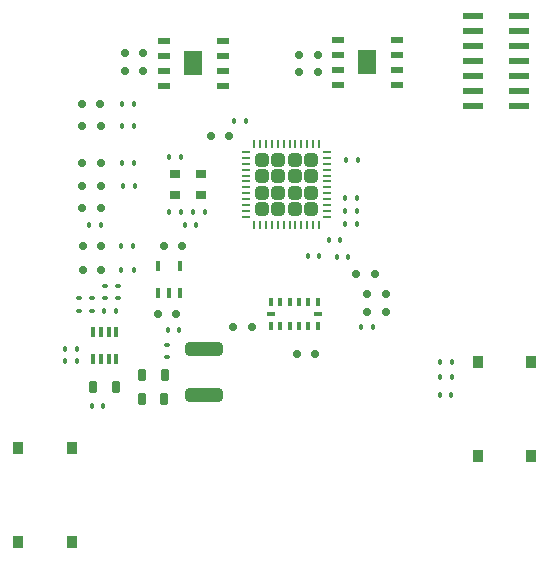
<source format=gbr>
%TF.GenerationSoftware,KiCad,Pcbnew,8.0.5-8.0.5-0~ubuntu24.04.1*%
%TF.CreationDate,2024-10-23T11:08:18+02:00*%
%TF.ProjectId,TagBot,54616742-6f74-42e6-9b69-6361645f7063,rev?*%
%TF.SameCoordinates,Original*%
%TF.FileFunction,Paste,Top*%
%TF.FilePolarity,Positive*%
%FSLAX46Y46*%
G04 Gerber Fmt 4.6, Leading zero omitted, Abs format (unit mm)*
G04 Created by KiCad (PCBNEW 8.0.5-8.0.5-0~ubuntu24.04.1) date 2024-10-23 11:08:18*
%MOMM*%
%LPD*%
G01*
G04 APERTURE LIST*
G04 Aperture macros list*
%AMRoundRect*
0 Rectangle with rounded corners*
0 $1 Rounding radius*
0 $2 $3 $4 $5 $6 $7 $8 $9 X,Y pos of 4 corners*
0 Add a 4 corners polygon primitive as box body*
4,1,4,$2,$3,$4,$5,$6,$7,$8,$9,$2,$3,0*
0 Add four circle primitives for the rounded corners*
1,1,$1+$1,$2,$3*
1,1,$1+$1,$4,$5*
1,1,$1+$1,$6,$7*
1,1,$1+$1,$8,$9*
0 Add four rect primitives between the rounded corners*
20,1,$1+$1,$2,$3,$4,$5,0*
20,1,$1+$1,$4,$5,$6,$7,0*
20,1,$1+$1,$6,$7,$8,$9,0*
20,1,$1+$1,$8,$9,$2,$3,0*%
G04 Aperture macros list end*
%ADD10RoundRect,0.280000X-1.295000X0.280000X-1.295000X-0.280000X1.295000X-0.280000X1.295000X0.280000X0*%
%ADD11R,0.910000X0.700000*%
%ADD12RoundRect,0.157500X-0.157500X-0.175000X0.157500X-0.175000X0.157500X0.175000X-0.157500X0.175000X0*%
%ADD13RoundRect,0.153125X-0.153125X-0.179375X0.153125X-0.179375X0.153125X0.179375X-0.153125X0.179375X0*%
%ADD14RoundRect,0.094500X-0.094500X-0.129500X0.094500X-0.129500X0.094500X0.129500X-0.094500X0.129500X0*%
%ADD15RoundRect,0.153125X0.153125X0.179375X-0.153125X0.179375X-0.153125X-0.179375X0.153125X-0.179375X0*%
%ADD16RoundRect,0.098000X0.098000X0.119000X-0.098000X0.119000X-0.098000X-0.119000X0.098000X-0.119000X0*%
%ADD17RoundRect,0.098000X0.119000X-0.098000X0.119000X0.098000X-0.119000X0.098000X-0.119000X-0.098000X0*%
%ADD18RoundRect,0.250000X-0.315000X-0.315000X0.315000X-0.315000X0.315000X0.315000X-0.315000X0.315000X0*%
%ADD19RoundRect,0.043750X-0.262500X-0.043750X0.262500X-0.043750X0.262500X0.043750X-0.262500X0.043750X0*%
%ADD20RoundRect,0.043750X-0.043750X-0.262500X0.043750X-0.262500X0.043750X0.262500X-0.043750X0.262500X0*%
%ADD21RoundRect,0.094500X0.094500X0.129500X-0.094500X0.129500X-0.094500X-0.129500X0.094500X-0.129500X0*%
%ADD22RoundRect,0.105000X0.105000X-0.227500X0.105000X0.227500X-0.105000X0.227500X-0.105000X-0.227500X0*%
%ADD23RoundRect,0.105000X0.227500X-0.105000X0.227500X0.105000X-0.227500X0.105000X-0.227500X-0.105000X0*%
%ADD24R,1.053500X0.561400*%
%ADD25R,1.567800X2.101200*%
%ADD26RoundRect,0.098000X-0.098000X-0.119000X0.098000X-0.119000X0.098000X0.119000X-0.098000X0.119000X0*%
%ADD27RoundRect,0.175000X-0.175000X-0.332500X0.175000X-0.332500X0.175000X0.332500X-0.175000X0.332500X0*%
%ADD28RoundRect,0.087500X0.087500X-0.376250X0.087500X0.376250X-0.087500X0.376250X-0.087500X-0.376250X0*%
%ADD29R,0.910000X1.085000*%
%ADD30RoundRect,0.094500X0.129500X-0.094500X0.129500X0.094500X-0.129500X0.094500X-0.129500X-0.094500X0*%
%ADD31RoundRect,0.157500X0.157500X0.175000X-0.157500X0.175000X-0.157500X-0.175000X0.157500X-0.175000X0*%
%ADD32RoundRect,0.094500X-0.129500X0.094500X-0.129500X-0.094500X0.129500X-0.094500X0.129500X0.094500X0*%
%ADD33RoundRect,0.105000X0.105000X-0.358750X0.105000X0.358750X-0.105000X0.358750X-0.105000X-0.358750X0*%
%ADD34RoundRect,0.175000X0.175000X0.332500X-0.175000X0.332500X-0.175000X-0.332500X0.175000X-0.332500X0*%
%ADD35R,1.680000X0.518000*%
%ADD36RoundRect,0.157500X0.175000X-0.157500X0.175000X0.157500X-0.175000X0.157500X-0.175000X-0.157500X0*%
G04 APERTURE END LIST*
D10*
%TO.C,L401*%
X60450000Y-75150000D03*
X60450000Y-79050000D03*
%TD*%
D11*
%TO.C,Y101*%
X58040000Y-62090000D03*
X60240000Y-62090000D03*
X60240000Y-60290000D03*
X58040000Y-60290000D03*
%TD*%
D12*
%TO.C,C202*%
X53775000Y-50050000D03*
X55325000Y-50050000D03*
%TD*%
D13*
%TO.C,D604*%
X50132500Y-56260000D03*
X51707500Y-56260000D03*
%TD*%
D14*
%TO.C,R102*%
X50712500Y-64660000D03*
X51732500Y-64660000D03*
%TD*%
%TO.C,R401*%
X48690000Y-76150000D03*
X49710000Y-76150000D03*
%TD*%
D15*
%TO.C,L101*%
X74937500Y-68750000D03*
X73362500Y-68750000D03*
%TD*%
D13*
%TO.C,D401*%
X50175000Y-68470000D03*
X51750000Y-68470000D03*
%TD*%
D16*
%TO.C,C103*%
X72680000Y-67300000D03*
X71720000Y-67300000D03*
%TD*%
D17*
%TO.C,C407*%
X52050000Y-70760000D03*
X52050000Y-69800000D03*
%TD*%
D13*
%TO.C,D101*%
X50155000Y-63170000D03*
X51730000Y-63170000D03*
%TD*%
D18*
%TO.C,U101*%
X65350000Y-59080000D03*
X65350000Y-60480000D03*
X65350000Y-61880000D03*
X65350000Y-63280000D03*
X66750000Y-59080000D03*
X66750000Y-60480000D03*
X66750000Y-61880000D03*
X66750000Y-63280000D03*
X68150000Y-59080000D03*
X68150000Y-60480000D03*
X68150000Y-61880000D03*
X68150000Y-63280000D03*
X69550000Y-59080000D03*
X69550000Y-60480000D03*
X69550000Y-61880000D03*
X69550000Y-63280000D03*
D19*
X64012500Y-58430000D03*
X64012500Y-58930000D03*
X64012500Y-59430000D03*
X64012500Y-59930000D03*
X64012500Y-60430000D03*
X64012500Y-60930000D03*
X64012500Y-61430000D03*
X64012500Y-61930000D03*
X64012500Y-62430000D03*
X64012500Y-62930000D03*
X64012500Y-63430000D03*
X64012500Y-63930000D03*
D20*
X64700000Y-64617500D03*
X65200000Y-64617500D03*
X65700000Y-64617500D03*
X66200000Y-64617500D03*
X66700000Y-64617500D03*
X67200000Y-64617500D03*
X67700000Y-64617500D03*
X68200000Y-64617500D03*
X68700000Y-64617500D03*
X69200000Y-64617500D03*
X69700000Y-64617500D03*
X70200000Y-64617500D03*
D19*
X70887500Y-63930000D03*
X70887500Y-63430000D03*
X70887500Y-62930000D03*
X70887500Y-62430000D03*
X70887500Y-61930000D03*
X70887500Y-61430000D03*
X70887500Y-60930000D03*
X70887500Y-60430000D03*
X70887500Y-59930000D03*
X70887500Y-59430000D03*
X70887500Y-58930000D03*
X70887500Y-58430000D03*
D20*
X70200000Y-57742500D03*
X69700000Y-57742500D03*
X69200000Y-57742500D03*
X68700000Y-57742500D03*
X68200000Y-57742500D03*
X67700000Y-57742500D03*
X67200000Y-57742500D03*
X66700000Y-57742500D03*
X66200000Y-57742500D03*
X65700000Y-57742500D03*
X65200000Y-57742500D03*
X64700000Y-57742500D03*
%TD*%
D16*
%TO.C,C101*%
X70230000Y-67250000D03*
X69270000Y-67250000D03*
%TD*%
D21*
%TO.C,R701*%
X81460000Y-77520000D03*
X80440000Y-77520000D03*
%TD*%
D14*
%TO.C,R803*%
X72390000Y-64500000D03*
X73410000Y-64500000D03*
%TD*%
%TO.C,R402*%
X48690000Y-75125000D03*
X49710000Y-75125000D03*
%TD*%
D13*
%TO.C,D602*%
X50162500Y-59330000D03*
X51737500Y-59330000D03*
%TD*%
D22*
%TO.C,U102*%
X66100000Y-73150000D03*
X66900000Y-73150000D03*
X67700000Y-73150000D03*
X68500000Y-73150000D03*
X69300000Y-73150000D03*
X70100000Y-73150000D03*
D23*
X70100000Y-72150000D03*
D22*
X70100000Y-71150000D03*
X69300000Y-71150000D03*
X68500000Y-71150000D03*
X67700000Y-71150000D03*
X66900000Y-71150000D03*
X66100000Y-71150000D03*
D23*
X66100000Y-72150000D03*
%TD*%
D24*
%TO.C,U201*%
X57052500Y-49002500D03*
X57052500Y-50272500D03*
X57052500Y-51542500D03*
X57052500Y-52812500D03*
X62047500Y-52812500D03*
X62047500Y-51542500D03*
X62047500Y-50272500D03*
X62047500Y-49002500D03*
D25*
X59550000Y-50907500D03*
%TD*%
D26*
%TO.C,C108*%
X71020000Y-65925000D03*
X71980000Y-65925000D03*
%TD*%
D16*
%TO.C,C110*%
X63980000Y-55800000D03*
X63020000Y-55800000D03*
%TD*%
D14*
%TO.C,R601*%
X53590000Y-61300000D03*
X54610000Y-61300000D03*
%TD*%
%TO.C,R604*%
X53510000Y-56260000D03*
X54530000Y-56260000D03*
%TD*%
D27*
%TO.C,C402*%
X51100000Y-78375000D03*
X53000000Y-78375000D03*
%TD*%
D28*
%TO.C,U401*%
X51100000Y-75937500D03*
X51750000Y-75937500D03*
X52400000Y-75937500D03*
X53050000Y-75937500D03*
X53050000Y-73662500D03*
X52400000Y-73662500D03*
X51750000Y-73662500D03*
X51100000Y-73662500D03*
%TD*%
D12*
%TO.C,C302*%
X68525000Y-50200000D03*
X70075000Y-50200000D03*
%TD*%
D14*
%TO.C,R101*%
X59490000Y-63510000D03*
X60510000Y-63510000D03*
%TD*%
D29*
%TO.C,CAT_MOUSE*%
X83650000Y-84175000D03*
X83650000Y-76225000D03*
X88150000Y-84175000D03*
X88150000Y-76225000D03*
%TD*%
D14*
%TO.C,R801*%
X72390000Y-62300000D03*
X73410000Y-62300000D03*
%TD*%
D16*
%TO.C,C111*%
X58480000Y-58900000D03*
X57520000Y-58900000D03*
%TD*%
D30*
%TO.C,R404*%
X50962500Y-71860000D03*
X50962500Y-70840000D03*
%TD*%
D13*
%TO.C,D501*%
X50195000Y-66420000D03*
X51770000Y-66420000D03*
%TD*%
D14*
%TO.C,R602*%
X53540000Y-59330000D03*
X54560000Y-59330000D03*
%TD*%
D31*
%TO.C,C107*%
X62575000Y-57100000D03*
X61025000Y-57100000D03*
%TD*%
D12*
%TO.C,C106*%
X68325000Y-75500000D03*
X69875000Y-75500000D03*
%TD*%
D26*
%TO.C,C403*%
X50975000Y-79950000D03*
X51935000Y-79950000D03*
%TD*%
D32*
%TO.C,R406*%
X49837500Y-70840000D03*
X49837500Y-71860000D03*
%TD*%
D16*
%TO.C,C702*%
X59810000Y-64625000D03*
X58850000Y-64625000D03*
%TD*%
D33*
%TO.C,U501*%
X56550000Y-70387500D03*
X57500000Y-70387500D03*
X58450000Y-70387500D03*
X58450000Y-68112500D03*
X56550000Y-68112500D03*
%TD*%
D12*
%TO.C,C301*%
X68525000Y-51700000D03*
X70075000Y-51700000D03*
%TD*%
D14*
%TO.C,R802*%
X72390000Y-63400000D03*
X73410000Y-63400000D03*
%TD*%
D30*
%TO.C,R405*%
X53213338Y-70834724D03*
X53213338Y-69814724D03*
%TD*%
D34*
%TO.C,C406*%
X57075000Y-79350000D03*
X55175000Y-79350000D03*
%TD*%
D29*
%TO.C,NRST*%
X49250000Y-83525000D03*
X49250000Y-91475000D03*
X44750000Y-83525000D03*
X44750000Y-91475000D03*
%TD*%
D12*
%TO.C,C502*%
X57075000Y-66400000D03*
X58625000Y-66400000D03*
%TD*%
%TO.C,C201*%
X53775000Y-51550000D03*
X55325000Y-51550000D03*
%TD*%
D21*
%TO.C,R501*%
X54410000Y-66400000D03*
X53390000Y-66400000D03*
%TD*%
D13*
%TO.C,D601*%
X50152500Y-61300000D03*
X51727500Y-61300000D03*
%TD*%
%TO.C,D603*%
X50112500Y-54350000D03*
X51687500Y-54350000D03*
%TD*%
D26*
%TO.C,C401*%
X52025000Y-71875000D03*
X52985000Y-71875000D03*
%TD*%
D34*
%TO.C,C405*%
X57125000Y-77350000D03*
X55225000Y-77350000D03*
%TD*%
D26*
%TO.C,C701*%
X80440000Y-79000000D03*
X81400000Y-79000000D03*
%TD*%
D16*
%TO.C,C112*%
X58480000Y-63500000D03*
X57520000Y-63500000D03*
%TD*%
D35*
%TO.C,ST_LINK*%
X87150000Y-54550000D03*
X83250000Y-54550000D03*
X87150000Y-53280000D03*
X83250000Y-53280000D03*
X87150000Y-52010000D03*
X83250000Y-52010000D03*
X87150000Y-50740000D03*
X83250000Y-50740000D03*
X87150000Y-49470000D03*
X83250000Y-49470000D03*
X87150000Y-48200000D03*
X83250000Y-48200000D03*
X87150000Y-46930000D03*
X83250000Y-46930000D03*
%TD*%
D14*
%TO.C,R702*%
X80440000Y-76220000D03*
X81460000Y-76220000D03*
%TD*%
D26*
%TO.C,C109*%
X72520000Y-59100000D03*
X73480000Y-59100000D03*
%TD*%
D14*
%TO.C,R603*%
X53490000Y-54350000D03*
X54510000Y-54350000D03*
%TD*%
D24*
%TO.C,U301*%
X71800000Y-48940000D03*
X71800000Y-50210000D03*
X71800000Y-51480000D03*
X71800000Y-52750000D03*
X76795000Y-52750000D03*
X76795000Y-51480000D03*
X76795000Y-50210000D03*
X76795000Y-48940000D03*
D25*
X74297500Y-50845000D03*
%TD*%
D26*
%TO.C,C404*%
X57420000Y-73550000D03*
X58380000Y-73550000D03*
%TD*%
D30*
%TO.C,R403*%
X57350000Y-75835000D03*
X57350000Y-74815000D03*
%TD*%
D36*
%TO.C,C105*%
X75850000Y-71975000D03*
X75850000Y-70425000D03*
%TD*%
%TO.C,C102*%
X74300000Y-71975000D03*
X74300000Y-70425000D03*
%TD*%
D21*
%TO.C,R407*%
X54492500Y-68470000D03*
X53472500Y-68470000D03*
%TD*%
D12*
%TO.C,C104*%
X62950000Y-73250000D03*
X64500000Y-73250000D03*
%TD*%
D14*
%TO.C,R804*%
X73740000Y-73250000D03*
X74760000Y-73250000D03*
%TD*%
D12*
%TO.C,C501*%
X56550000Y-72175000D03*
X58100000Y-72175000D03*
%TD*%
M02*

</source>
